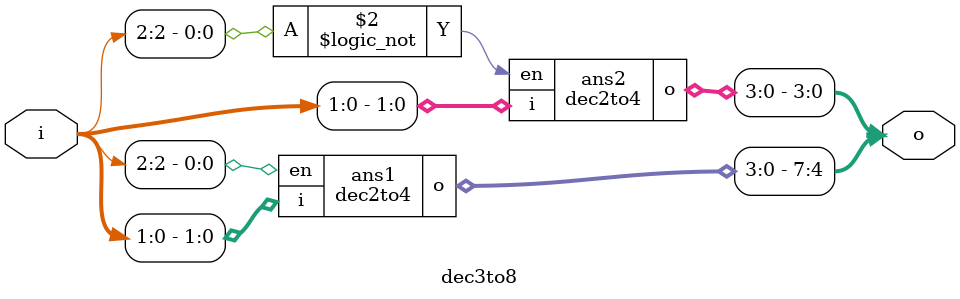
<source format=sv>
module dec2to4(
    input [1:0] i,
    input en,
    output logic [3:0] o //Add logic
);
    integer k;
    always_comb begin // Add begin
        o = 4'b0; // Init
        for (k = 0; k <= 3; k = k + 1)
          if (i == k)
                o[k] = en;
    end
endmodule

module dec3to8(
    input [2:0] i,
    output logic [7:0] o
);
   
    dec2to4 ans1(i[1:0],  i[2], o[7:4]);
    dec2to4 ans2(i[1:0], !i[2], o[3:0]);
    
endmodule
</source>
